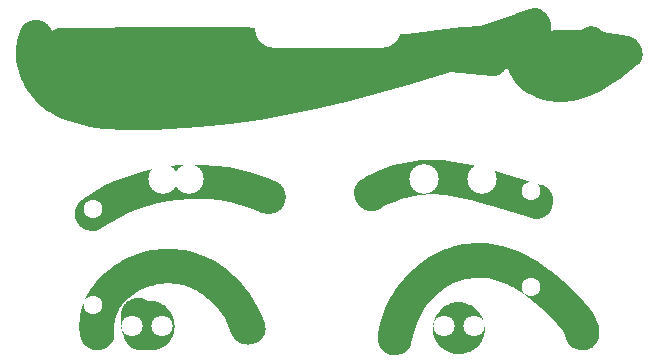
<source format=gbr>
%TF.GenerationSoftware,KiCad,Pcbnew,7.0.9-7.0.9~ubuntu22.04.1*%
%TF.CreationDate,2023-11-20T19:54:57+05:30*%
%TF.ProjectId,MAP4,4d415034-2e6b-4696-9361-645f70636258,1*%
%TF.SameCoordinates,Original*%
%TF.FileFunction,Legend,Top*%
%TF.FilePolarity,Positive*%
%FSLAX46Y46*%
G04 Gerber Fmt 4.6, Leading zero omitted, Abs format (unit mm)*
G04 Created by KiCad (PCBNEW 7.0.9-7.0.9~ubuntu22.04.1) date 2023-11-20 19:54:57*
%MOMM*%
%LPD*%
G01*
G04 APERTURE LIST*
%ADD10C,0.000000*%
%ADD11C,1.800000*%
%ADD12O,12.400000X3.400000*%
%ADD13C,1.600000*%
%ADD14C,2.500000*%
G04 APERTURE END LIST*
D10*
G36*
X114163761Y-92078331D02*
G01*
X114231508Y-92088745D01*
X114297997Y-92102297D01*
X114363441Y-92119689D01*
X114428602Y-92141714D01*
X114493235Y-92168086D01*
X114557095Y-92198517D01*
X114619936Y-92232721D01*
X114681512Y-92270411D01*
X114711566Y-92290870D01*
X114751326Y-92287316D01*
X114864701Y-92282612D01*
X114977893Y-92283450D01*
X115090644Y-92289948D01*
X115202697Y-92302221D01*
X115313796Y-92320388D01*
X115423683Y-92344564D01*
X115532101Y-92374868D01*
X115638794Y-92411416D01*
X115743503Y-92454325D01*
X115845974Y-92503713D01*
X115945947Y-92559695D01*
X116043167Y-92622391D01*
X116152792Y-92703389D01*
X116256034Y-92790432D01*
X116352828Y-92883113D01*
X116443106Y-92981024D01*
X116526802Y-93083758D01*
X116603848Y-93190907D01*
X116674177Y-93302062D01*
X116737724Y-93416818D01*
X116794421Y-93534766D01*
X116844201Y-93655498D01*
X116886997Y-93778607D01*
X116922743Y-93903685D01*
X116951371Y-94030324D01*
X116972816Y-94158118D01*
X116987009Y-94286658D01*
X116993885Y-94415537D01*
X116993376Y-94544347D01*
X116985415Y-94672681D01*
X116969937Y-94800130D01*
X116946873Y-94926288D01*
X116916157Y-95050746D01*
X116877722Y-95173098D01*
X116831502Y-95292935D01*
X116777429Y-95409850D01*
X116715437Y-95523436D01*
X116645458Y-95633284D01*
X116567427Y-95738987D01*
X116481276Y-95840137D01*
X116386938Y-95936327D01*
X116284347Y-96027150D01*
X116173435Y-96112197D01*
X116054136Y-96191061D01*
X115947468Y-96252112D01*
X115838287Y-96306353D01*
X115726916Y-96353842D01*
X115613679Y-96394636D01*
X115498898Y-96428790D01*
X115382897Y-96456363D01*
X115266000Y-96477410D01*
X115148529Y-96491989D01*
X115030808Y-96500157D01*
X114913160Y-96501969D01*
X114795909Y-96497484D01*
X114679377Y-96486757D01*
X114563889Y-96469846D01*
X114472175Y-96451331D01*
X114414415Y-96463599D01*
X114345384Y-96475197D01*
X114276022Y-96483692D01*
X114206197Y-96489005D01*
X114135775Y-96491054D01*
X114064624Y-96489760D01*
X113992609Y-96485042D01*
X113919599Y-96476820D01*
X113845459Y-96465014D01*
X113770057Y-96449543D01*
X113706749Y-96432667D01*
X113642796Y-96411025D01*
X113578581Y-96384917D01*
X113514488Y-96354645D01*
X113450899Y-96320507D01*
X113388198Y-96282806D01*
X113326768Y-96241842D01*
X113266993Y-96197915D01*
X113209255Y-96151326D01*
X113153939Y-96102375D01*
X113101426Y-96051364D01*
X113052101Y-95998592D01*
X113006347Y-95944361D01*
X112964546Y-95888971D01*
X112927083Y-95832723D01*
X112894340Y-95775917D01*
X112814077Y-95616791D01*
X112741813Y-95457182D01*
X112677434Y-95297008D01*
X112620825Y-95136189D01*
X112571872Y-94974645D01*
X112530459Y-94812296D01*
X112496472Y-94649061D01*
X112469797Y-94484859D01*
X112450318Y-94319612D01*
X112437921Y-94153237D01*
X112432490Y-93985656D01*
X112433912Y-93816787D01*
X112442071Y-93646550D01*
X112456853Y-93474866D01*
X112478143Y-93301653D01*
X112505827Y-93126831D01*
X112505827Y-93126839D01*
X112521381Y-93052321D01*
X112541478Y-92980347D01*
X112565925Y-92910937D01*
X112594528Y-92844111D01*
X112627094Y-92779888D01*
X112663431Y-92718289D01*
X112703343Y-92659332D01*
X112746639Y-92603039D01*
X112793125Y-92549427D01*
X112842607Y-92498519D01*
X112894892Y-92450332D01*
X112949787Y-92404888D01*
X113007098Y-92362205D01*
X113066632Y-92322304D01*
X113128197Y-92285204D01*
X113191597Y-92250925D01*
X113323134Y-92190910D01*
X113459697Y-92142418D01*
X113599739Y-92105606D01*
X113741713Y-92080633D01*
X113884072Y-92067657D01*
X114025271Y-92066837D01*
X114163761Y-92078331D01*
G37*
G36*
X116801635Y-87905822D02*
G01*
X117154958Y-87929989D01*
X117503936Y-87969716D01*
X117848321Y-88024631D01*
X118187862Y-88094364D01*
X118522311Y-88178544D01*
X118851418Y-88276798D01*
X119174935Y-88388757D01*
X119492611Y-88514048D01*
X119804197Y-88652301D01*
X120109445Y-88803144D01*
X120408105Y-88966206D01*
X120699927Y-89141117D01*
X120984663Y-89327504D01*
X121262062Y-89524998D01*
X121531877Y-89733225D01*
X121793857Y-89951816D01*
X122047754Y-90180399D01*
X122530299Y-90666057D01*
X122977518Y-91187229D01*
X123387416Y-91740945D01*
X123758000Y-92324237D01*
X124087276Y-92934135D01*
X124373249Y-93567669D01*
X124613925Y-94221870D01*
X124659301Y-94387535D01*
X124685676Y-94546847D01*
X124694088Y-94699530D01*
X124685575Y-94845306D01*
X124661174Y-94983899D01*
X124621922Y-95115034D01*
X124568857Y-95238433D01*
X124503017Y-95353819D01*
X124425439Y-95460917D01*
X124337160Y-95559449D01*
X124239219Y-95649140D01*
X124132653Y-95729712D01*
X124018499Y-95800890D01*
X123897794Y-95862396D01*
X123771577Y-95913954D01*
X123640885Y-95955288D01*
X123506755Y-95986121D01*
X123370225Y-96006176D01*
X123232333Y-96015177D01*
X123094116Y-96012848D01*
X122956611Y-95998912D01*
X122820856Y-95973092D01*
X122687889Y-95935112D01*
X122558746Y-95884695D01*
X122434467Y-95821565D01*
X122316088Y-95745446D01*
X122204646Y-95656060D01*
X122101180Y-95553131D01*
X122006726Y-95436384D01*
X121922323Y-95305540D01*
X121849008Y-95160324D01*
X121787818Y-95000459D01*
X121637710Y-94590785D01*
X121459058Y-94190939D01*
X121253130Y-93803076D01*
X121021195Y-93429352D01*
X120764523Y-93071921D01*
X120484382Y-92732937D01*
X120182041Y-92414556D01*
X119858769Y-92118933D01*
X119515835Y-91848221D01*
X119154509Y-91604577D01*
X118776059Y-91390155D01*
X118580809Y-91294575D01*
X118381754Y-91207109D01*
X118179053Y-91128026D01*
X117972864Y-91057595D01*
X117763345Y-90996086D01*
X117550656Y-90943768D01*
X117334955Y-90900910D01*
X117116401Y-90867781D01*
X116895152Y-90844652D01*
X116671366Y-90831791D01*
X116447410Y-90829282D01*
X116222407Y-90836654D01*
X115996946Y-90853781D01*
X115771614Y-90880538D01*
X115546999Y-90916800D01*
X115323689Y-90962442D01*
X115102272Y-91017339D01*
X114883335Y-91081366D01*
X114667466Y-91154398D01*
X114455254Y-91236309D01*
X114247284Y-91326975D01*
X114044147Y-91426271D01*
X113846428Y-91534071D01*
X113654716Y-91650250D01*
X113469599Y-91774684D01*
X113291665Y-91907248D01*
X113121500Y-92047815D01*
X112959694Y-92196262D01*
X112806833Y-92352463D01*
X112663506Y-92516293D01*
X112530300Y-92687627D01*
X112407803Y-92866339D01*
X112296602Y-93052306D01*
X112197286Y-93245401D01*
X112110443Y-93445501D01*
X112036659Y-93652478D01*
X111976523Y-93866210D01*
X111930623Y-94086570D01*
X111899546Y-94313433D01*
X111883880Y-94546675D01*
X111884212Y-94786170D01*
X111901131Y-95031793D01*
X111901135Y-95031793D01*
X111906173Y-95105742D01*
X111906130Y-95178892D01*
X111901187Y-95251140D01*
X111891523Y-95322384D01*
X111877318Y-95392524D01*
X111858750Y-95461458D01*
X111836000Y-95529082D01*
X111809248Y-95595297D01*
X111778672Y-95659999D01*
X111744453Y-95723086D01*
X111706770Y-95784458D01*
X111665802Y-95844012D01*
X111621729Y-95901647D01*
X111574731Y-95957260D01*
X111524988Y-96010750D01*
X111472678Y-96062015D01*
X111417981Y-96110953D01*
X111361078Y-96157462D01*
X111302147Y-96201441D01*
X111241368Y-96242787D01*
X111178921Y-96281399D01*
X111114985Y-96317174D01*
X111049740Y-96350012D01*
X110983365Y-96379811D01*
X110916040Y-96406467D01*
X110847945Y-96429880D01*
X110779259Y-96449948D01*
X110710162Y-96466569D01*
X110640833Y-96479641D01*
X110571451Y-96489063D01*
X110502197Y-96494731D01*
X110433250Y-96496546D01*
X110354570Y-96494580D01*
X110277753Y-96488753D01*
X110202823Y-96479167D01*
X110129807Y-96465927D01*
X110058732Y-96449135D01*
X109989623Y-96428896D01*
X109922507Y-96405313D01*
X109857409Y-96378489D01*
X109794356Y-96348528D01*
X109733373Y-96315534D01*
X109674488Y-96279610D01*
X109617725Y-96240859D01*
X109563112Y-96199386D01*
X109510674Y-96155294D01*
X109460437Y-96108686D01*
X109412427Y-96059665D01*
X109366671Y-96008336D01*
X109323195Y-95954803D01*
X109282024Y-95899167D01*
X109243185Y-95841534D01*
X109206704Y-95782007D01*
X109172607Y-95720688D01*
X109111669Y-95593094D01*
X109060580Y-95459578D01*
X109019550Y-95320971D01*
X108988786Y-95178100D01*
X108968498Y-95031793D01*
X108942107Y-94647729D01*
X108941357Y-94270635D01*
X108965362Y-93900854D01*
X109013234Y-93538727D01*
X109084088Y-93184597D01*
X109177036Y-92838807D01*
X109291193Y-92501700D01*
X109425670Y-92173617D01*
X109579582Y-91854902D01*
X109752042Y-91545897D01*
X109942164Y-91246944D01*
X110149060Y-90958386D01*
X110371844Y-90680565D01*
X110609629Y-90413824D01*
X110861529Y-90158505D01*
X111126657Y-89914951D01*
X111404127Y-89683505D01*
X111693051Y-89464508D01*
X111992543Y-89258304D01*
X112301717Y-89065234D01*
X112619686Y-88885642D01*
X112945563Y-88719870D01*
X113617494Y-88431154D01*
X114310419Y-88201828D01*
X114662536Y-88110293D01*
X115017243Y-88034632D01*
X115373650Y-87975188D01*
X115730873Y-87932305D01*
X116088024Y-87906323D01*
X116444217Y-87897587D01*
X116801635Y-87905822D01*
G37*
G36*
X147620958Y-67536233D02*
G01*
X147750625Y-67555233D01*
X147874943Y-67587406D01*
X147993593Y-67631909D01*
X148106256Y-67687901D01*
X148212612Y-67754538D01*
X148312344Y-67830978D01*
X148405131Y-67916379D01*
X148490655Y-68009898D01*
X148568598Y-68110692D01*
X148638639Y-68217920D01*
X148700460Y-68330738D01*
X148753743Y-68448305D01*
X148798168Y-68569777D01*
X148833415Y-68694313D01*
X148859167Y-68821069D01*
X148875104Y-68949204D01*
X148880907Y-69077874D01*
X148876258Y-69206238D01*
X148860836Y-69333452D01*
X148841899Y-69422900D01*
X149146811Y-69402753D01*
X149729241Y-69378307D01*
X150311405Y-69367973D01*
X150893290Y-69371811D01*
X151355291Y-69386161D01*
X151437629Y-69323281D01*
X151533832Y-69260532D01*
X151631862Y-69206655D01*
X151731384Y-69161456D01*
X151832061Y-69124741D01*
X151933557Y-69096314D01*
X152035537Y-69075983D01*
X152137664Y-69063553D01*
X152239601Y-69058830D01*
X152341013Y-69061620D01*
X152441563Y-69071727D01*
X152540915Y-69088959D01*
X152638733Y-69113121D01*
X152734681Y-69144019D01*
X152828422Y-69181458D01*
X152919621Y-69225245D01*
X153007941Y-69275185D01*
X153093046Y-69331084D01*
X153174600Y-69392748D01*
X153252267Y-69459982D01*
X153325709Y-69532593D01*
X153337193Y-69545561D01*
X153798032Y-69605561D01*
X154377948Y-69695625D01*
X154957487Y-69800261D01*
X155536637Y-69919527D01*
X155630213Y-69944167D01*
X155720504Y-69976112D01*
X155807367Y-70014968D01*
X155890656Y-70060339D01*
X155970226Y-70111828D01*
X156045932Y-70169041D01*
X156117630Y-70231582D01*
X156185175Y-70299055D01*
X156248422Y-70371065D01*
X156307225Y-70447217D01*
X156361441Y-70527114D01*
X156410924Y-70610361D01*
X156455530Y-70696562D01*
X156495113Y-70785323D01*
X156529529Y-70876247D01*
X156558632Y-70968939D01*
X156582279Y-71063003D01*
X156600324Y-71158044D01*
X156612622Y-71253666D01*
X156619028Y-71349474D01*
X156619398Y-71445071D01*
X156613587Y-71540063D01*
X156601449Y-71634054D01*
X156582841Y-71726649D01*
X156557616Y-71817451D01*
X156525631Y-71906065D01*
X156486740Y-71992096D01*
X156440799Y-72075148D01*
X156387663Y-72154826D01*
X156327186Y-72230733D01*
X156259224Y-72302475D01*
X156183633Y-72369656D01*
X155199070Y-73139890D01*
X154684023Y-73513204D01*
X154155081Y-73870855D01*
X153613206Y-74207000D01*
X153059359Y-74515794D01*
X152494501Y-74791391D01*
X151919595Y-75027946D01*
X151335601Y-75219616D01*
X151040497Y-75296792D01*
X150743481Y-75360554D01*
X150444675Y-75410173D01*
X150144197Y-75444917D01*
X149842169Y-75464056D01*
X149538711Y-75466859D01*
X149233942Y-75452596D01*
X148927983Y-75420535D01*
X148620954Y-75369948D01*
X148312976Y-75300102D01*
X148004167Y-75210267D01*
X147694650Y-75099712D01*
X147384543Y-74967708D01*
X147073968Y-74813523D01*
X146835553Y-74675512D01*
X146609526Y-74522379D01*
X146396110Y-74355103D01*
X146195530Y-74174664D01*
X146008011Y-73982038D01*
X145833778Y-73778207D01*
X145673055Y-73564147D01*
X145526066Y-73340839D01*
X145393036Y-73109259D01*
X145274190Y-72870389D01*
X145169753Y-72625205D01*
X145117041Y-72478160D01*
X145113340Y-72485487D01*
X145077416Y-72549532D01*
X145038666Y-72612116D01*
X144997193Y-72673054D01*
X144953100Y-72732159D01*
X144906492Y-72789245D01*
X144857472Y-72844126D01*
X144806143Y-72896616D01*
X144752610Y-72946529D01*
X144696975Y-72993678D01*
X144639342Y-73037877D01*
X144579814Y-73078940D01*
X144518496Y-73116682D01*
X144455490Y-73150915D01*
X144390901Y-73181454D01*
X144324831Y-73208112D01*
X144257385Y-73230704D01*
X144188666Y-73249043D01*
X144118777Y-73262943D01*
X144047823Y-73272217D01*
X143975906Y-73276681D01*
X143903130Y-73276146D01*
X143829598Y-73270428D01*
X140299324Y-72924195D01*
X139561029Y-73161293D01*
X136784680Y-74009866D01*
X134303954Y-74721242D01*
X131806504Y-75382701D01*
X129293229Y-75984717D01*
X126765030Y-76517760D01*
X124222805Y-76972303D01*
X121667454Y-77338818D01*
X119099877Y-77607777D01*
X117811784Y-77702696D01*
X116520972Y-77769653D01*
X115329883Y-77816699D01*
X114109714Y-77848471D01*
X112874124Y-77845436D01*
X112254814Y-77824761D01*
X111636771Y-77788060D01*
X111021701Y-77732889D01*
X110411314Y-77656809D01*
X109807314Y-77557377D01*
X109211411Y-77432152D01*
X108625312Y-77278691D01*
X108050723Y-77094554D01*
X107489352Y-76877299D01*
X106942907Y-76624483D01*
X106692818Y-76491477D01*
X106450023Y-76348269D01*
X106214813Y-76195250D01*
X105987479Y-76032808D01*
X105768311Y-75861335D01*
X105557599Y-75681222D01*
X105162708Y-75296635D01*
X104805130Y-74882169D01*
X104487191Y-74440949D01*
X104343812Y-74211281D01*
X104211214Y-73976096D01*
X104089688Y-73735784D01*
X103979524Y-73490736D01*
X103881014Y-73241340D01*
X103794447Y-72987989D01*
X103720114Y-72731073D01*
X103658306Y-72470981D01*
X103609313Y-72208105D01*
X103573426Y-71942834D01*
X103550935Y-71675559D01*
X103542132Y-71406671D01*
X103547306Y-71136559D01*
X103566748Y-70865615D01*
X103600749Y-70594229D01*
X103649599Y-70322790D01*
X103713589Y-70051691D01*
X103793010Y-69781320D01*
X103888151Y-69512068D01*
X103999305Y-69244326D01*
X103999306Y-69244326D01*
X103999307Y-69244325D01*
X103999308Y-69244325D01*
X103999308Y-69244324D01*
X103999309Y-69244323D01*
X103999310Y-69244321D01*
X103999311Y-69244319D01*
X103999313Y-69244318D01*
X104031822Y-69177818D01*
X104068404Y-69114609D01*
X104108848Y-69054685D01*
X104152940Y-68998040D01*
X104200468Y-68944670D01*
X104251218Y-68894570D01*
X104304977Y-68847734D01*
X104361533Y-68804157D01*
X104420674Y-68763834D01*
X104482185Y-68726761D01*
X104545855Y-68692930D01*
X104611470Y-68662339D01*
X104678818Y-68634980D01*
X104747685Y-68610850D01*
X104817860Y-68589943D01*
X104889128Y-68572254D01*
X105034096Y-68546509D01*
X105180885Y-68533573D01*
X105327794Y-68533406D01*
X105473119Y-68545966D01*
X105615159Y-68571211D01*
X105684414Y-68588578D01*
X105752209Y-68609101D01*
X105818331Y-68632774D01*
X105882568Y-68659594D01*
X105944705Y-68689553D01*
X106004532Y-68722648D01*
X106071600Y-68764116D01*
X106135067Y-68807970D01*
X106194966Y-68854108D01*
X106251331Y-68902428D01*
X106304195Y-68952828D01*
X106353592Y-69005207D01*
X106399556Y-69059462D01*
X106442120Y-69115492D01*
X106481317Y-69173195D01*
X106517181Y-69232469D01*
X106549746Y-69293212D01*
X106579045Y-69355322D01*
X106605112Y-69418698D01*
X106618534Y-69456579D01*
X106632224Y-69445948D01*
X106742632Y-69375821D01*
X106860546Y-69316206D01*
X106985777Y-69267982D01*
X107118136Y-69232029D01*
X107257435Y-69209225D01*
X107403486Y-69200449D01*
X116520514Y-69137420D01*
X121080029Y-69150306D01*
X125638277Y-69215530D01*
X130193808Y-69350150D01*
X134745171Y-69571218D01*
X136703455Y-69711043D01*
X139952506Y-69302097D01*
X141135907Y-69166878D01*
X142319730Y-69046769D01*
X142932192Y-68994977D01*
X147055177Y-67608811D01*
X147203051Y-67566695D01*
X147346852Y-67541121D01*
X147486260Y-67531248D01*
X147620958Y-67536233D01*
G37*
G36*
X141159585Y-92422430D02*
G01*
X141320412Y-92441071D01*
X141479908Y-92471366D01*
X141637160Y-92512930D01*
X141791254Y-92565381D01*
X141941278Y-92628334D01*
X142086316Y-92701408D01*
X142225458Y-92784219D01*
X142357788Y-92876383D01*
X142482395Y-92977517D01*
X142541516Y-93031329D01*
X142598363Y-93087239D01*
X142652823Y-93145200D01*
X142704781Y-93205164D01*
X142769273Y-93285897D01*
X142829959Y-93368513D01*
X142886804Y-93452887D01*
X142939775Y-93538892D01*
X142988838Y-93626401D01*
X143033959Y-93715287D01*
X143075104Y-93805425D01*
X143112240Y-93896687D01*
X143145332Y-93988948D01*
X143174347Y-94082080D01*
X143199251Y-94175958D01*
X143220010Y-94270454D01*
X143236590Y-94365443D01*
X143248958Y-94460797D01*
X143257078Y-94556391D01*
X143260919Y-94652097D01*
X143260445Y-94747790D01*
X143255623Y-94843342D01*
X143246419Y-94938627D01*
X143232800Y-95033519D01*
X143214731Y-95127892D01*
X143192178Y-95221618D01*
X143165108Y-95314571D01*
X143133487Y-95406625D01*
X143097281Y-95497653D01*
X143056456Y-95587529D01*
X143010978Y-95676126D01*
X142960813Y-95763318D01*
X142905928Y-95848978D01*
X142846289Y-95932980D01*
X142781862Y-96015197D01*
X142712613Y-96095503D01*
X142605807Y-96204933D01*
X142491456Y-96306297D01*
X142370239Y-96399349D01*
X142242835Y-96483843D01*
X142109924Y-96559535D01*
X141972184Y-96626179D01*
X141830295Y-96683529D01*
X141684937Y-96731339D01*
X141536788Y-96769364D01*
X141386528Y-96797359D01*
X141234836Y-96815077D01*
X141082391Y-96822274D01*
X140929874Y-96818704D01*
X140777962Y-96804121D01*
X140627335Y-96778279D01*
X140478673Y-96740934D01*
X140396570Y-96714853D01*
X140316257Y-96685434D01*
X140237793Y-96652772D01*
X140161231Y-96616960D01*
X140086630Y-96578094D01*
X140014045Y-96536268D01*
X139933978Y-96483148D01*
X139904603Y-96468715D01*
X139819533Y-96421212D01*
X139736612Y-96368938D01*
X139656034Y-96311868D01*
X139577995Y-96249974D01*
X139502690Y-96183233D01*
X139401126Y-96081031D01*
X139308481Y-95973277D01*
X139224717Y-95860406D01*
X139149795Y-95742852D01*
X139083676Y-95621047D01*
X139026321Y-95495427D01*
X138977690Y-95366423D01*
X138937745Y-95234472D01*
X138906447Y-95100005D01*
X138883757Y-94963456D01*
X138869636Y-94825261D01*
X138864044Y-94685851D01*
X138866943Y-94545661D01*
X138878293Y-94405124D01*
X138898057Y-94264675D01*
X138926194Y-94124746D01*
X138963067Y-93986046D01*
X139008298Y-93850967D01*
X139022051Y-93817141D01*
X139042577Y-93759341D01*
X139101566Y-93628290D01*
X139171095Y-93502250D01*
X139187906Y-93476901D01*
X139191430Y-93470625D01*
X139267384Y-93353198D01*
X139350341Y-93240976D01*
X139440032Y-93134275D01*
X139536185Y-93033411D01*
X139638529Y-92938703D01*
X139746793Y-92850465D01*
X139860708Y-92769016D01*
X139980001Y-92694671D01*
X140104403Y-92627748D01*
X140233642Y-92568562D01*
X140367448Y-92517431D01*
X140443878Y-92493025D01*
X140521231Y-92472059D01*
X140599393Y-92454485D01*
X140678249Y-92440256D01*
X140757686Y-92429323D01*
X140837590Y-92421639D01*
X140917846Y-92417156D01*
X140998340Y-92415825D01*
X141159585Y-92422430D01*
G37*
G36*
X143069794Y-87426044D02*
G01*
X143485355Y-87455307D01*
X143894907Y-87505491D01*
X144298459Y-87575708D01*
X144696025Y-87665071D01*
X145087615Y-87772691D01*
X145473241Y-87897680D01*
X145852914Y-88039150D01*
X146226647Y-88196214D01*
X146594449Y-88367982D01*
X146956334Y-88553567D01*
X147312311Y-88752082D01*
X147662393Y-88962637D01*
X148006592Y-89184345D01*
X148344918Y-89416317D01*
X148677383Y-89657667D01*
X149003999Y-89907505D01*
X149305053Y-90147928D01*
X149600986Y-90394245D01*
X149892110Y-90646033D01*
X150178737Y-90902869D01*
X150461178Y-91164332D01*
X150739746Y-91429999D01*
X151014751Y-91699448D01*
X151286507Y-91972257D01*
X151562935Y-92259293D01*
X151698496Y-92406472D01*
X151831285Y-92556371D01*
X151960550Y-92709197D01*
X152085537Y-92865161D01*
X152205493Y-93024471D01*
X152319667Y-93187335D01*
X152427305Y-93353962D01*
X152527655Y-93524562D01*
X152619964Y-93699343D01*
X152703479Y-93878514D01*
X152777448Y-94062283D01*
X152841117Y-94250859D01*
X152893735Y-94444452D01*
X152934548Y-94643270D01*
X152945810Y-94716714D01*
X152954332Y-94790108D01*
X152960108Y-94863346D01*
X152963135Y-94936323D01*
X152963406Y-95008935D01*
X152960918Y-95081075D01*
X152955665Y-95152638D01*
X152947643Y-95223519D01*
X152936846Y-95293614D01*
X152923270Y-95362816D01*
X152906910Y-95431020D01*
X152887761Y-95498121D01*
X152865818Y-95564014D01*
X152841076Y-95628594D01*
X152813531Y-95691755D01*
X152783177Y-95753392D01*
X152750009Y-95813399D01*
X152714023Y-95871672D01*
X152675214Y-95928105D01*
X152633577Y-95982593D01*
X152589107Y-96035030D01*
X152541800Y-96085312D01*
X152491649Y-96133333D01*
X152438651Y-96178987D01*
X152382801Y-96222170D01*
X152324093Y-96262777D01*
X152262523Y-96300701D01*
X152198086Y-96335838D01*
X152130776Y-96368082D01*
X152060590Y-96397329D01*
X151987523Y-96423472D01*
X151911568Y-96446407D01*
X151844336Y-96462916D01*
X151775832Y-96475760D01*
X151706255Y-96484994D01*
X151635801Y-96490672D01*
X151564667Y-96492847D01*
X151493052Y-96491572D01*
X151421152Y-96486902D01*
X151349165Y-96478889D01*
X151277288Y-96467588D01*
X151205719Y-96453052D01*
X151134654Y-96435336D01*
X151064292Y-96414491D01*
X150994829Y-96390573D01*
X150926464Y-96363634D01*
X150859392Y-96333729D01*
X150793813Y-96300911D01*
X150729922Y-96265234D01*
X150667917Y-96226751D01*
X150607996Y-96185516D01*
X150550357Y-96141582D01*
X150495195Y-96095004D01*
X150442710Y-96045835D01*
X150393097Y-95994128D01*
X150346555Y-95939937D01*
X150303281Y-95883317D01*
X150263472Y-95824319D01*
X150227325Y-95762999D01*
X150195039Y-95699409D01*
X150166809Y-95633604D01*
X150142834Y-95565637D01*
X150123311Y-95495561D01*
X150108437Y-95423431D01*
X150095757Y-95357520D01*
X150080686Y-95293104D01*
X150063309Y-95230125D01*
X150043713Y-95168529D01*
X150021986Y-95108258D01*
X149998213Y-95049255D01*
X149972482Y-94991465D01*
X149944878Y-94934831D01*
X149884402Y-94824802D01*
X149817477Y-94718719D01*
X149744797Y-94616128D01*
X149667054Y-94516578D01*
X149584942Y-94419617D01*
X149499154Y-94324791D01*
X149410382Y-94231650D01*
X149319321Y-94139742D01*
X148946034Y-93775389D01*
X148487249Y-93326247D01*
X148254157Y-93104494D01*
X148018035Y-92885771D01*
X147778461Y-92670939D01*
X147535013Y-92460861D01*
X147287269Y-92256401D01*
X147034806Y-92058420D01*
X146819647Y-91897238D01*
X146599065Y-91739160D01*
X146373293Y-91585089D01*
X146142562Y-91435927D01*
X145907105Y-91292574D01*
X145667151Y-91155935D01*
X145422935Y-91026909D01*
X145174686Y-90906399D01*
X144922638Y-90795307D01*
X144667021Y-90694535D01*
X144408067Y-90604984D01*
X144146009Y-90527557D01*
X143881078Y-90463155D01*
X143613505Y-90412680D01*
X143343522Y-90377034D01*
X143071362Y-90357118D01*
X142769190Y-90351902D01*
X142472860Y-90362402D01*
X142182522Y-90388187D01*
X141898329Y-90428829D01*
X141620430Y-90483898D01*
X141348976Y-90552962D01*
X141084119Y-90635593D01*
X140826009Y-90731360D01*
X140574798Y-90839833D01*
X140330635Y-90960583D01*
X140093673Y-91093179D01*
X139864061Y-91237191D01*
X139641951Y-91392189D01*
X139427493Y-91557744D01*
X139220839Y-91733425D01*
X139022140Y-91918803D01*
X138831545Y-92113447D01*
X138649207Y-92316927D01*
X138475276Y-92528814D01*
X138309903Y-92748677D01*
X138153238Y-92976086D01*
X138005433Y-93210612D01*
X137737006Y-93699294D01*
X137505828Y-94211281D01*
X137313106Y-94743135D01*
X137160048Y-95291414D01*
X137047860Y-95852680D01*
X137047860Y-95852676D01*
X137033506Y-95925211D01*
X137014375Y-95995622D01*
X136990672Y-96063861D01*
X136962604Y-96129878D01*
X136930379Y-96193625D01*
X136894201Y-96255052D01*
X136854279Y-96314109D01*
X136810818Y-96370749D01*
X136764025Y-96424923D01*
X136714107Y-96476580D01*
X136661270Y-96525672D01*
X136605720Y-96572150D01*
X136547664Y-96615965D01*
X136487309Y-96657068D01*
X136424861Y-96695410D01*
X136360527Y-96730941D01*
X136227025Y-96793377D01*
X136088457Y-96843983D01*
X135946474Y-96882367D01*
X135802728Y-96908137D01*
X135658872Y-96920899D01*
X135587419Y-96922281D01*
X135516558Y-96920263D01*
X135446496Y-96914797D01*
X135377438Y-96905834D01*
X135309592Y-96893326D01*
X135243165Y-96877222D01*
X135167651Y-96854416D01*
X135095021Y-96828367D01*
X135025268Y-96799184D01*
X134958384Y-96766974D01*
X134894361Y-96731845D01*
X134833193Y-96693904D01*
X134774871Y-96653261D01*
X134719389Y-96610022D01*
X134666738Y-96564295D01*
X134616912Y-96516189D01*
X134569902Y-96465811D01*
X134525702Y-96413269D01*
X134484304Y-96358671D01*
X134445701Y-96302124D01*
X134409884Y-96243737D01*
X134376847Y-96183618D01*
X134319082Y-96058613D01*
X134272345Y-95927971D01*
X134236578Y-95792557D01*
X134211720Y-95653232D01*
X134197712Y-95510860D01*
X134194494Y-95366303D01*
X134202006Y-95220425D01*
X134220189Y-95074087D01*
X134293318Y-94677105D01*
X134383772Y-94284612D01*
X134491128Y-93897179D01*
X134614968Y-93515377D01*
X134754871Y-93139775D01*
X134910418Y-92770944D01*
X135081189Y-92409454D01*
X135266763Y-92055875D01*
X135466722Y-91710778D01*
X135680644Y-91374733D01*
X135908109Y-91048310D01*
X136148699Y-90732079D01*
X136401993Y-90426610D01*
X136667570Y-90132475D01*
X136945012Y-89850243D01*
X137233898Y-89580484D01*
X137533808Y-89323768D01*
X137844322Y-89080667D01*
X138165021Y-88851749D01*
X138495484Y-88637586D01*
X138835291Y-88438748D01*
X139184022Y-88255804D01*
X139541259Y-88089326D01*
X139906579Y-87939883D01*
X140279565Y-87808045D01*
X140659794Y-87694384D01*
X141046849Y-87599469D01*
X141440308Y-87523870D01*
X141839753Y-87468158D01*
X142244762Y-87432903D01*
X142654916Y-87418675D01*
X143069794Y-87426044D01*
G37*
G36*
X139246141Y-80378704D02*
G01*
X139721328Y-80408180D01*
X140196683Y-80457909D01*
X140694663Y-80527675D01*
X141191126Y-80610466D01*
X141686135Y-80705098D01*
X142179751Y-80810387D01*
X143163051Y-81048200D01*
X144141524Y-81314433D01*
X148017045Y-82474093D01*
X148179435Y-82529583D01*
X148326945Y-82597549D01*
X148459857Y-82676955D01*
X148578456Y-82766766D01*
X148683025Y-82865945D01*
X148773846Y-82973456D01*
X148851204Y-83088265D01*
X148915382Y-83209334D01*
X148966663Y-83335629D01*
X149005331Y-83466113D01*
X149031669Y-83599751D01*
X149045960Y-83735506D01*
X149048488Y-83872344D01*
X149039536Y-84009227D01*
X149019389Y-84145121D01*
X148988328Y-84278990D01*
X148946637Y-84409797D01*
X148894601Y-84536507D01*
X148832502Y-84658085D01*
X148760624Y-84773494D01*
X148679249Y-84881698D01*
X148588662Y-84981662D01*
X148489147Y-85072349D01*
X148380985Y-85152725D01*
X148264461Y-85221753D01*
X148139859Y-85278398D01*
X148007461Y-85321623D01*
X147867550Y-85350393D01*
X147720412Y-85363672D01*
X147566328Y-85360424D01*
X147405582Y-85339614D01*
X147238457Y-85300205D01*
X143836434Y-84278209D01*
X142980100Y-84034321D01*
X142120662Y-83807673D01*
X141257736Y-83604559D01*
X140390935Y-83431278D01*
X139999693Y-83369996D01*
X139608740Y-83326473D01*
X139218476Y-83300589D01*
X138829300Y-83292220D01*
X138441611Y-83301246D01*
X138055808Y-83327544D01*
X137672291Y-83370994D01*
X137291459Y-83431474D01*
X136913712Y-83508861D01*
X136539447Y-83603035D01*
X136169066Y-83713874D01*
X135802966Y-83841256D01*
X135441548Y-83985059D01*
X135085211Y-84145162D01*
X134734353Y-84321444D01*
X134389375Y-84513782D01*
X134236897Y-84593442D01*
X134085894Y-84653571D01*
X133936903Y-84695096D01*
X133790463Y-84718948D01*
X133647112Y-84726055D01*
X133507387Y-84717345D01*
X133371828Y-84693748D01*
X133240972Y-84656192D01*
X133115358Y-84605607D01*
X132995523Y-84542920D01*
X132882005Y-84469061D01*
X132775343Y-84384959D01*
X132676075Y-84291543D01*
X132584740Y-84189740D01*
X132501874Y-84080481D01*
X132428016Y-83964693D01*
X132363705Y-83843307D01*
X132309478Y-83717249D01*
X132265874Y-83587451D01*
X132233430Y-83454839D01*
X132212685Y-83320343D01*
X132204178Y-83184892D01*
X132208445Y-83049415D01*
X132226026Y-82914840D01*
X132257458Y-82782096D01*
X132303280Y-82652113D01*
X132364029Y-82525818D01*
X132440244Y-82404141D01*
X132532462Y-82288010D01*
X132641223Y-82178355D01*
X132767064Y-82076104D01*
X132910523Y-81982186D01*
X133327224Y-81748829D01*
X133751578Y-81532963D01*
X134183051Y-81334786D01*
X134621107Y-81154494D01*
X135065212Y-80992285D01*
X135514831Y-80848356D01*
X135969431Y-80722906D01*
X136428475Y-80616130D01*
X136891429Y-80528226D01*
X137357759Y-80459393D01*
X137826930Y-80409827D01*
X138298407Y-80379725D01*
X138771655Y-80369285D01*
X139246141Y-80378704D01*
G37*
G36*
X119431222Y-80782218D02*
G01*
X120499428Y-80861936D01*
X121562249Y-81007628D01*
X122615974Y-81219136D01*
X123656891Y-81496297D01*
X124681290Y-81838952D01*
X125685460Y-82246939D01*
X125752097Y-82279315D01*
X125815428Y-82315791D01*
X125875459Y-82356151D01*
X125932196Y-82400182D01*
X125985648Y-82447669D01*
X126035820Y-82498398D01*
X126082720Y-82552153D01*
X126126354Y-82608721D01*
X126166730Y-82667886D01*
X126203854Y-82729434D01*
X126237733Y-82793151D01*
X126268374Y-82858822D01*
X126295784Y-82926232D01*
X126319970Y-82995168D01*
X126340939Y-83065413D01*
X126358697Y-83136754D01*
X126384610Y-83281866D01*
X126397763Y-83428786D01*
X126398213Y-83575798D01*
X126386013Y-83721186D01*
X126361220Y-83863232D01*
X126344118Y-83932466D01*
X126323888Y-84000221D01*
X126300538Y-84066282D01*
X126274073Y-84130435D01*
X126244501Y-84192466D01*
X126211829Y-84252159D01*
X126170223Y-84319361D01*
X126126248Y-84382935D01*
X126080007Y-84442918D01*
X126031599Y-84499344D01*
X125981126Y-84552248D01*
X125928688Y-84601667D01*
X125874387Y-84647635D01*
X125818324Y-84690187D01*
X125760599Y-84729359D01*
X125701314Y-84765186D01*
X125640569Y-84797704D01*
X125578466Y-84826947D01*
X125515105Y-84852951D01*
X125450588Y-84875751D01*
X125385015Y-84895383D01*
X125318487Y-84911882D01*
X125182972Y-84935620D01*
X125044850Y-84947249D01*
X124904928Y-84947051D01*
X124764016Y-84935307D01*
X124622920Y-84912300D01*
X124482448Y-84878313D01*
X124343408Y-84833628D01*
X124206609Y-84778526D01*
X123379694Y-84445923D01*
X122535996Y-84173100D01*
X121678710Y-83959253D01*
X120811025Y-83803578D01*
X119936135Y-83705274D01*
X119057231Y-83663535D01*
X118177505Y-83677561D01*
X117300150Y-83746546D01*
X116428357Y-83869689D01*
X115565319Y-84046185D01*
X114714228Y-84275232D01*
X113878276Y-84556027D01*
X113060654Y-84887766D01*
X112264556Y-85269646D01*
X111493172Y-85700865D01*
X110749696Y-86180618D01*
X110687539Y-86220773D01*
X110623669Y-86256407D01*
X110558253Y-86287607D01*
X110491458Y-86314460D01*
X110423453Y-86337052D01*
X110354405Y-86355471D01*
X110284483Y-86369804D01*
X110213853Y-86380137D01*
X110142684Y-86386557D01*
X110071143Y-86389152D01*
X109999399Y-86388008D01*
X109927619Y-86383212D01*
X109855971Y-86374851D01*
X109784622Y-86363012D01*
X109713741Y-86347782D01*
X109643496Y-86329248D01*
X109574053Y-86307496D01*
X109505582Y-86282614D01*
X109438249Y-86254689D01*
X109372223Y-86223807D01*
X109307672Y-86190055D01*
X109244762Y-86153521D01*
X109183663Y-86114291D01*
X109124541Y-86072452D01*
X109067565Y-86028091D01*
X109012903Y-85981294D01*
X108960721Y-85932150D01*
X108911189Y-85880745D01*
X108864474Y-85827165D01*
X108820743Y-85771498D01*
X108780164Y-85713830D01*
X108742906Y-85654249D01*
X108705632Y-85586371D01*
X108672487Y-85517914D01*
X108643403Y-85448970D01*
X108618316Y-85379630D01*
X108597159Y-85309986D01*
X108579865Y-85240130D01*
X108566369Y-85170153D01*
X108556604Y-85100146D01*
X108550504Y-85030201D01*
X108548002Y-84960410D01*
X108549032Y-84890863D01*
X108553529Y-84821653D01*
X108561425Y-84752871D01*
X108572655Y-84684609D01*
X108587151Y-84616957D01*
X108604849Y-84550008D01*
X108625682Y-84483853D01*
X108649583Y-84418584D01*
X108676486Y-84354291D01*
X108706325Y-84291067D01*
X108739034Y-84229003D01*
X108774546Y-84168190D01*
X108812795Y-84108721D01*
X108853715Y-84050686D01*
X108897240Y-83994177D01*
X108943303Y-83939286D01*
X108991838Y-83886103D01*
X109042779Y-83834721D01*
X109096059Y-83785232D01*
X109151613Y-83737725D01*
X109209374Y-83692294D01*
X109269275Y-83649030D01*
X110187254Y-83060158D01*
X111136954Y-82538869D01*
X112114664Y-82085000D01*
X113116673Y-81698392D01*
X114139271Y-81378884D01*
X115178748Y-81126315D01*
X116231392Y-80940525D01*
X117293493Y-80821352D01*
X118361339Y-80768637D01*
X119431222Y-80782218D01*
G37*
D11*
%TO.C,D1*%
X115970000Y-94400000D03*
X113430000Y-94400000D03*
%TD*%
%TO.C,D2*%
X142320000Y-94400000D03*
X139780000Y-94400000D03*
%TD*%
%LPC*%
D10*
G36*
X144399409Y-68501825D02*
G01*
X142912130Y-68999820D01*
X141358301Y-69147403D01*
X139805690Y-69320537D01*
X136706308Y-69707272D01*
X133050147Y-69486920D01*
X129390757Y-69328360D01*
X125728874Y-69223059D01*
X122065235Y-69162481D01*
X114735632Y-69141356D01*
X107407840Y-69196709D01*
X107350588Y-69198397D01*
X107294347Y-69202290D01*
X107239125Y-69208332D01*
X107184930Y-69216470D01*
X107131769Y-69226648D01*
X107079653Y-69238812D01*
X107028588Y-69252907D01*
X106978583Y-69268880D01*
X106929647Y-69286674D01*
X106881788Y-69306237D01*
X106835013Y-69327512D01*
X106789332Y-69350446D01*
X106744753Y-69374984D01*
X106701283Y-69401071D01*
X106658932Y-69428653D01*
X106617707Y-69457675D01*
X106597490Y-69402953D01*
X106575072Y-69349042D01*
X106550414Y-69296013D01*
X106523476Y-69243935D01*
X106494221Y-69192879D01*
X106462610Y-69142914D01*
X106428605Y-69094111D01*
X106392166Y-69046539D01*
X106353255Y-69000268D01*
X106311835Y-68955369D01*
X106267865Y-68911912D01*
X106221309Y-68869966D01*
X106172126Y-68829602D01*
X106120279Y-68790890D01*
X106065729Y-68753899D01*
X106008438Y-68718700D01*
X105948612Y-68685606D01*
X105886475Y-68655649D01*
X105822242Y-68628834D01*
X105756123Y-68605165D01*
X105688332Y-68584648D01*
X105619081Y-68567289D01*
X105548584Y-68553091D01*
X105477054Y-68542061D01*
X105404702Y-68534202D01*
X105331742Y-68529521D01*
X105258386Y-68528022D01*
X105184848Y-68529711D01*
X105111340Y-68534592D01*
X105038075Y-68542671D01*
X104965265Y-68553952D01*
X104893124Y-68568441D01*
X104821864Y-68586142D01*
X104751698Y-68607061D01*
X104682839Y-68631203D01*
X104615499Y-68658573D01*
X104549891Y-68689176D01*
X104486229Y-68723017D01*
X104424725Y-68760101D01*
X104365591Y-68800434D01*
X104309040Y-68844019D01*
X104255286Y-68890863D01*
X104204541Y-68940970D01*
X104157017Y-68994346D01*
X104112928Y-69050995D01*
X104072487Y-69110923D01*
X104035905Y-69174134D01*
X104003396Y-69240634D01*
X103876969Y-69548728D01*
X103771740Y-69858702D01*
X103687258Y-70169968D01*
X103623070Y-70481936D01*
X103578723Y-70794018D01*
X103553766Y-71105626D01*
X103547746Y-71416172D01*
X103560210Y-71725067D01*
X103590706Y-72031722D01*
X103638782Y-72335550D01*
X103703985Y-72635961D01*
X103785864Y-72932368D01*
X103883965Y-73224181D01*
X103997836Y-73510813D01*
X104127025Y-73791675D01*
X104271080Y-74066179D01*
X104271080Y-95590446D01*
X109116258Y-95590446D01*
X109161080Y-95686638D01*
X109211352Y-95779149D01*
X109266983Y-95867632D01*
X109327886Y-95951736D01*
X109393972Y-96031115D01*
X109465152Y-96105420D01*
X109541338Y-96174302D01*
X109622440Y-96237413D01*
X109708371Y-96294403D01*
X109799041Y-96344926D01*
X109894362Y-96388632D01*
X109994245Y-96425173D01*
X110098602Y-96454200D01*
X110207343Y-96475365D01*
X110263330Y-96482890D01*
X110320380Y-96488320D01*
X110378482Y-96491609D01*
X110437625Y-96492715D01*
X110489333Y-96491718D01*
X110541238Y-96488537D01*
X110593264Y-96483213D01*
X110645334Y-96475789D01*
X110697373Y-96466310D01*
X110749306Y-96454818D01*
X110801056Y-96441356D01*
X110852547Y-96425967D01*
X110903705Y-96408694D01*
X110954452Y-96389580D01*
X111004714Y-96368669D01*
X111054414Y-96346002D01*
X111103477Y-96321624D01*
X111151827Y-96295578D01*
X111246083Y-96238650D01*
X111291839Y-96207855D01*
X111336578Y-96175564D01*
X111380225Y-96141819D01*
X111422705Y-96106664D01*
X111463940Y-96070141D01*
X111503856Y-96032294D01*
X111542377Y-95993165D01*
X111579427Y-95952798D01*
X111614930Y-95911236D01*
X111648810Y-95868521D01*
X111680992Y-95824697D01*
X111711400Y-95779807D01*
X111739957Y-95733894D01*
X111766589Y-95687001D01*
X111791219Y-95639170D01*
X111813772Y-95590446D01*
X112808022Y-95590446D01*
X112829706Y-95635970D01*
X112851928Y-95681469D01*
X112874808Y-95726931D01*
X112898460Y-95772346D01*
X112931205Y-95829148D01*
X112968673Y-95885388D01*
X113010483Y-95940763D01*
X113056249Y-95994976D01*
X113105588Y-96047726D01*
X113158117Y-96098713D01*
X113213451Y-96147638D01*
X113271207Y-96194201D01*
X113331001Y-96238102D01*
X113392448Y-96279041D01*
X113455166Y-96316718D01*
X113518771Y-96350834D01*
X113582878Y-96381089D01*
X113647103Y-96407183D01*
X113711064Y-96428817D01*
X113774376Y-96445689D01*
X113820847Y-96455625D01*
X113866820Y-96464153D01*
X113912326Y-96471295D01*
X113957397Y-96477070D01*
X114002063Y-96481500D01*
X114046356Y-96484605D01*
X114090307Y-96486404D01*
X114133947Y-96486919D01*
X114177307Y-96486170D01*
X114220419Y-96484177D01*
X114263314Y-96480960D01*
X114306023Y-96476541D01*
X114348577Y-96470938D01*
X114391007Y-96464174D01*
X114433345Y-96456268D01*
X114475621Y-96447240D01*
X114574287Y-96466496D01*
X114673957Y-96481198D01*
X114774425Y-96491307D01*
X114875483Y-96496785D01*
X114976921Y-96497593D01*
X115078534Y-96493694D01*
X115180112Y-96485048D01*
X115281447Y-96471617D01*
X115382333Y-96453363D01*
X115482561Y-96430248D01*
X115581923Y-96402232D01*
X115680211Y-96369278D01*
X115777218Y-96331347D01*
X115872735Y-96288401D01*
X115966555Y-96240401D01*
X116058470Y-96187309D01*
X116106860Y-96156740D01*
X116153896Y-96125148D01*
X116199584Y-96092561D01*
X116243933Y-96059005D01*
X116286951Y-96024506D01*
X116328644Y-95989091D01*
X116369021Y-95952787D01*
X116408090Y-95915621D01*
X116445857Y-95877619D01*
X116482332Y-95838807D01*
X116517521Y-95799214D01*
X116551433Y-95758865D01*
X116584074Y-95717787D01*
X116615454Y-95676006D01*
X116645578Y-95633551D01*
X116674456Y-95590446D01*
X122150608Y-95590446D01*
X122206982Y-95644259D01*
X122265633Y-95694177D01*
X122326403Y-95740244D01*
X122389133Y-95782501D01*
X122453665Y-95820990D01*
X122519841Y-95855754D01*
X122587503Y-95886836D01*
X122656493Y-95914276D01*
X122726653Y-95938119D01*
X122797824Y-95958404D01*
X122869848Y-95975176D01*
X122942567Y-95988476D01*
X123015823Y-95998347D01*
X123089457Y-96004830D01*
X123163312Y-96007968D01*
X123237230Y-96007803D01*
X123311052Y-96004378D01*
X123384619Y-95997734D01*
X123457775Y-95987914D01*
X123530359Y-95974961D01*
X123602216Y-95958915D01*
X123673186Y-95939820D01*
X123743110Y-95917718D01*
X123811832Y-95892651D01*
X123879193Y-95864662D01*
X123945034Y-95833792D01*
X124009197Y-95800083D01*
X124071525Y-95763579D01*
X124131859Y-95724321D01*
X124190040Y-95682351D01*
X124245912Y-95637712D01*
X124299314Y-95590446D01*
X134212404Y-95590446D01*
X134227239Y-95699858D01*
X134248545Y-95807267D01*
X134276359Y-95912267D01*
X134310720Y-96014454D01*
X134351666Y-96113420D01*
X134399234Y-96208762D01*
X134425513Y-96254946D01*
X134453462Y-96300073D01*
X134483086Y-96344090D01*
X134514389Y-96386947D01*
X134547376Y-96428594D01*
X134582052Y-96468980D01*
X134618421Y-96508053D01*
X134656488Y-96545765D01*
X134696259Y-96582063D01*
X134737737Y-96616897D01*
X134780927Y-96650217D01*
X134825835Y-96681971D01*
X134872465Y-96712109D01*
X134920821Y-96740581D01*
X134970909Y-96767335D01*
X135022733Y-96792321D01*
X135076297Y-96815488D01*
X135131608Y-96836786D01*
X135188668Y-96856164D01*
X135247484Y-96873571D01*
X135313911Y-96889674D01*
X135381755Y-96902181D01*
X135450810Y-96911141D01*
X135520870Y-96916603D01*
X135591727Y-96918616D01*
X135663176Y-96917230D01*
X135735009Y-96912493D01*
X135807021Y-96904454D01*
X135879005Y-96893164D01*
X135950755Y-96878670D01*
X136022064Y-96861022D01*
X136092725Y-96840269D01*
X136162532Y-96816460D01*
X136231279Y-96789644D01*
X136298760Y-96759872D01*
X136364766Y-96727190D01*
X136429094Y-96691649D01*
X136491534Y-96653298D01*
X136551882Y-96612186D01*
X136609931Y-96568363D01*
X136665474Y-96521876D01*
X136718305Y-96472775D01*
X136768218Y-96421111D01*
X136815005Y-96366930D01*
X136858461Y-96310283D01*
X136898378Y-96251220D01*
X136934552Y-96189788D01*
X136966774Y-96126037D01*
X136994838Y-96060016D01*
X137018539Y-95991775D01*
X137037669Y-95921362D01*
X137052023Y-95848827D01*
X137057572Y-95816295D01*
X137063625Y-95783895D01*
X137076754Y-95719363D01*
X137090437Y-95654967D01*
X137103700Y-95590446D01*
X139075155Y-95590446D01*
X139095120Y-95630856D01*
X139116004Y-95670861D01*
X139137812Y-95710445D01*
X139160545Y-95749592D01*
X139184207Y-95788287D01*
X139208801Y-95826514D01*
X139234330Y-95864257D01*
X139260797Y-95901500D01*
X139288205Y-95938228D01*
X139316556Y-95974424D01*
X139345854Y-96010073D01*
X139376103Y-96045159D01*
X139407304Y-96079666D01*
X139439461Y-96113579D01*
X139472577Y-96146881D01*
X139506655Y-96179557D01*
X139530664Y-96201607D01*
X139554991Y-96223100D01*
X139579624Y-96244043D01*
X139604555Y-96264445D01*
X139629775Y-96284314D01*
X139655276Y-96303657D01*
X139707080Y-96340801D01*
X139759895Y-96375940D01*
X139813648Y-96409139D01*
X139868268Y-96440464D01*
X139923681Y-96469978D01*
X139987741Y-96512171D01*
X140053512Y-96552045D01*
X140120974Y-96589504D01*
X140190101Y-96624450D01*
X140260873Y-96656785D01*
X140296868Y-96671942D01*
X140333265Y-96686410D01*
X140370062Y-96700177D01*
X140407255Y-96713230D01*
X140444842Y-96725557D01*
X140482820Y-96737146D01*
X140556864Y-96757272D01*
X140631483Y-96774491D01*
X140782111Y-96800332D01*
X140934024Y-96814915D01*
X141086544Y-96818484D01*
X141238991Y-96811287D01*
X141390685Y-96793568D01*
X141540948Y-96765572D01*
X141689100Y-96727546D01*
X141834462Y-96679736D01*
X141976353Y-96622385D01*
X142114096Y-96555741D01*
X142247010Y-96480048D01*
X142374416Y-96395553D01*
X142495636Y-96302501D01*
X142609988Y-96201137D01*
X142716795Y-96091707D01*
X142768512Y-96032428D01*
X142817547Y-95972076D01*
X142863923Y-95910706D01*
X142907667Y-95848370D01*
X142948804Y-95785123D01*
X142987359Y-95721017D01*
X143023358Y-95656107D01*
X143056826Y-95590446D01*
X150157682Y-95590446D01*
X150181378Y-95652502D01*
X150208644Y-95712698D01*
X150239324Y-95770991D01*
X150273263Y-95827338D01*
X150310306Y-95881697D01*
X150350297Y-95934025D01*
X150393081Y-95984281D01*
X150438502Y-96032421D01*
X150486405Y-96078403D01*
X150536635Y-96122184D01*
X150643452Y-96202975D01*
X150757710Y-96274453D01*
X150878166Y-96336279D01*
X151003575Y-96388112D01*
X151132696Y-96429613D01*
X151264284Y-96460441D01*
X151397096Y-96480256D01*
X151529889Y-96488719D01*
X151661419Y-96485489D01*
X151726321Y-96479383D01*
X151790442Y-96470226D01*
X151853625Y-96457976D01*
X151915716Y-96442590D01*
X152003191Y-96415759D01*
X152086704Y-96384610D01*
X152166278Y-96349313D01*
X152241935Y-96310039D01*
X152313698Y-96266957D01*
X152381591Y-96220238D01*
X152445635Y-96170053D01*
X152505854Y-96116570D01*
X152562269Y-96059961D01*
X152614905Y-96000395D01*
X152663783Y-95938043D01*
X152708927Y-95873075D01*
X152750359Y-95805661D01*
X152788101Y-95735972D01*
X152822177Y-95664176D01*
X152852610Y-95590446D01*
X155728918Y-95590446D01*
X155728918Y-72725174D01*
X155960136Y-72545691D01*
X156075144Y-72456020D01*
X156187807Y-72366024D01*
X156263398Y-72298844D01*
X156331359Y-72227103D01*
X156391835Y-72151198D01*
X156444971Y-72071523D01*
X156490912Y-71988475D01*
X156529803Y-71902448D01*
X156561788Y-71813838D01*
X156587012Y-71723041D01*
X156605620Y-71630452D01*
X156617758Y-71536467D01*
X156623569Y-71441481D01*
X156623199Y-71345890D01*
X156616793Y-71250089D01*
X156604495Y-71154473D01*
X156586450Y-71059439D01*
X156562804Y-70965382D01*
X156533701Y-70872697D01*
X156499285Y-70781780D01*
X156459703Y-70693027D01*
X156415097Y-70606832D01*
X156365615Y-70523591D01*
X156311399Y-70443700D01*
X156252596Y-70367555D01*
X156189350Y-70295550D01*
X156121805Y-70228082D01*
X156050108Y-70165546D01*
X155974402Y-70108336D01*
X155894832Y-70056850D01*
X155811544Y-70011483D01*
X155724682Y-69972629D01*
X155634390Y-69940684D01*
X155540815Y-69916045D01*
X155263745Y-69857250D01*
X154986587Y-69801978D01*
X154709343Y-69750168D01*
X154432013Y-69701758D01*
X154154596Y-69656686D01*
X153877093Y-69614889D01*
X153599504Y-69576305D01*
X153321829Y-69540872D01*
X153225875Y-69447552D01*
X153123231Y-69363493D01*
X153014592Y-69289106D01*
X152900657Y-69224801D01*
X152782123Y-69170988D01*
X152721349Y-69148145D01*
X152659687Y-69128079D01*
X152597224Y-69110841D01*
X152534047Y-69096483D01*
X152470243Y-69085056D01*
X152405899Y-69076611D01*
X152341103Y-69071200D01*
X152275942Y-69068873D01*
X152210503Y-69069683D01*
X152144873Y-69073680D01*
X152079139Y-69080916D01*
X152013388Y-69091443D01*
X151947708Y-69105310D01*
X151882186Y-69122570D01*
X151816908Y-69143275D01*
X151751963Y-69167474D01*
X151687437Y-69195220D01*
X151623418Y-69226564D01*
X151559992Y-69261557D01*
X151497247Y-69300251D01*
X151435269Y-69342697D01*
X151374147Y-69388945D01*
X151057788Y-69378647D01*
X150741344Y-69372400D01*
X150424817Y-69370250D01*
X150108207Y-69372243D01*
X149791515Y-69378423D01*
X149474744Y-69388834D01*
X149157894Y-69403523D01*
X148840967Y-69422533D01*
X148859560Y-69329812D01*
X148872187Y-69236037D01*
X148878964Y-69141542D01*
X148880007Y-69046661D01*
X148875432Y-68951731D01*
X148865354Y-68857085D01*
X148849891Y-68763057D01*
X148829158Y-68669984D01*
X148803271Y-68578198D01*
X148772346Y-68488036D01*
X148736499Y-68399831D01*
X148695847Y-68313918D01*
X148650505Y-68230632D01*
X148600589Y-68150308D01*
X148546216Y-68073280D01*
X148487501Y-67999883D01*
X158138075Y-67999883D01*
X158138075Y-98000118D01*
X101861925Y-98000118D01*
X101861925Y-67999883D01*
X145885076Y-67999883D01*
X144399409Y-68501825D01*
G37*
D11*
%TO.C,D1*%
X115970000Y-94400000D03*
X113430000Y-94400000D03*
%TD*%
%TO.C,D2*%
X142320000Y-94400000D03*
X139780000Y-94400000D03*
%TD*%
D12*
%TO.C,P2*%
X130000000Y-69200000D03*
%TD*%
D13*
%TO.C,R1*%
X110100000Y-84536000D03*
X110100000Y-92664000D03*
%TD*%
%TO.C,R2*%
X147200000Y-83036000D03*
X147200000Y-91164000D03*
%TD*%
D14*
%TO.C,BT1*%
X116000000Y-82000000D03*
X118200000Y-82000000D03*
X138100000Y-82000000D03*
X143000000Y-82000000D03*
%TD*%
%LPD*%
M02*

</source>
